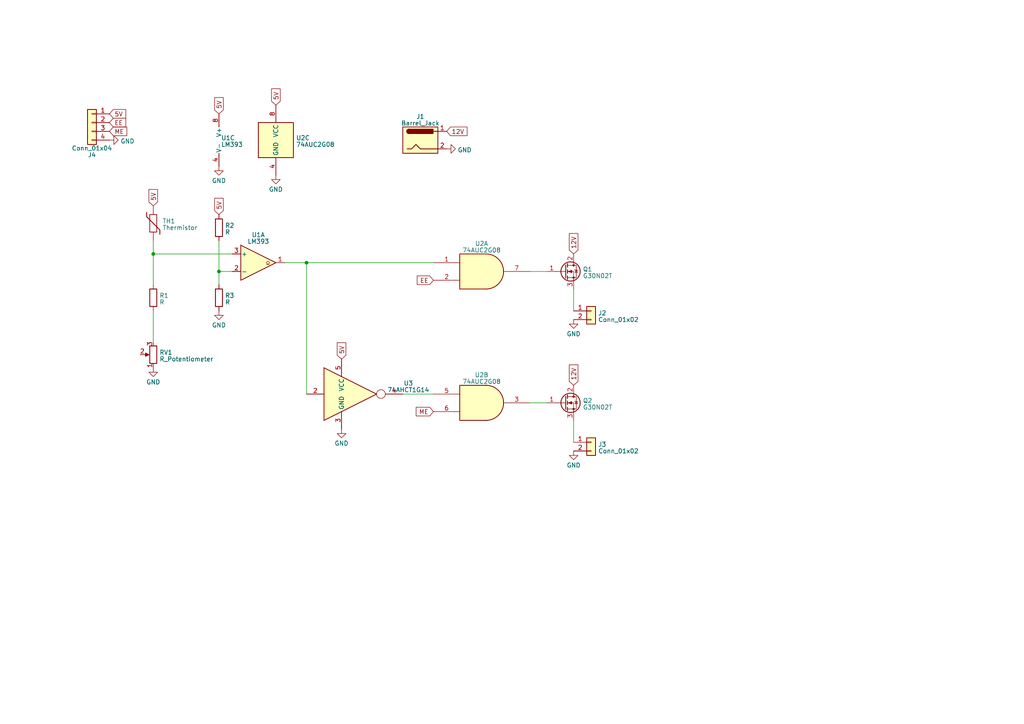
<source format=kicad_sch>
(kicad_sch (version 20230121) (generator eeschema)

  (uuid 5bd2be54-783d-4683-a163-4d0d265a3977)

  (paper "A4")

  (lib_symbols
    (symbol "74xGxx:74AUC2G08" (in_bom yes) (on_board yes)
      (property "Reference" "U" (at -2.54 3.81 0)
        (effects (font (size 1.27 1.27)))
      )
      (property "Value" "74AUC2G08" (at 0 -3.81 0)
        (effects (font (size 1.27 1.27)))
      )
      (property "Footprint" "" (at 0 0 0)
        (effects (font (size 1.27 1.27)) hide)
      )
      (property "Datasheet" "http://www.ti.com/lit/sg/scyt129e/scyt129e.pdf" (at 0 0 0)
        (effects (font (size 1.27 1.27)) hide)
      )
      (property "ki_keywords" "Dual Gate AND LVC CMOS" (at 0 0 0)
        (effects (font (size 1.27 1.27)) hide)
      )
      (property "ki_description" "Dual AND Gate, Low-Voltage CMOS" (at 0 0 0)
        (effects (font (size 1.27 1.27)) hide)
      )
      (property "ki_fp_filters" "SSOP* VSSOP*" (at 0 0 0)
        (effects (font (size 1.27 1.27)) hide)
      )
      (symbol "74AUC2G08_1_1"
        (arc (start 0 -5.08) (mid 5.0579 0) (end 0 5.08)
          (stroke (width 0.254) (type default))
          (fill (type background))
        )
        (polyline
          (pts
            (xy 0 -5.08)
            (xy -7.62 -5.08)
            (xy -7.62 5.08)
            (xy 0 5.08)
          )
          (stroke (width 0.254) (type default))
          (fill (type background))
        )
        (pin input line (at -15.24 2.54 0) (length 7.62)
          (name "~" (effects (font (size 1.27 1.27))))
          (number "1" (effects (font (size 1.27 1.27))))
        )
        (pin input line (at -15.24 -2.54 0) (length 7.62)
          (name "~" (effects (font (size 1.27 1.27))))
          (number "2" (effects (font (size 1.27 1.27))))
        )
        (pin output line (at 12.7 0 180) (length 7.62)
          (name "~" (effects (font (size 1.27 1.27))))
          (number "7" (effects (font (size 1.27 1.27))))
        )
      )
      (symbol "74AUC2G08_2_1"
        (arc (start 0 -5.08) (mid 5.0579 0) (end 0 5.08)
          (stroke (width 0.254) (type default))
          (fill (type background))
        )
        (polyline
          (pts
            (xy 0 -5.08)
            (xy -7.62 -5.08)
            (xy -7.62 5.08)
            (xy 0 5.08)
          )
          (stroke (width 0.254) (type default))
          (fill (type background))
        )
        (pin output line (at 12.7 0 180) (length 7.62)
          (name "~" (effects (font (size 1.27 1.27))))
          (number "3" (effects (font (size 1.27 1.27))))
        )
        (pin input line (at -15.24 2.54 0) (length 7.62)
          (name "~" (effects (font (size 1.27 1.27))))
          (number "5" (effects (font (size 1.27 1.27))))
        )
        (pin input line (at -15.24 -2.54 0) (length 7.62)
          (name "~" (effects (font (size 1.27 1.27))))
          (number "6" (effects (font (size 1.27 1.27))))
        )
      )
      (symbol "74AUC2G08_3_0"
        (rectangle (start -5.08 -5.08) (end 5.08 5.08)
          (stroke (width 0.254) (type default))
          (fill (type background))
        )
      )
      (symbol "74AUC2G08_3_1"
        (pin power_in line (at 0 -10.16 90) (length 5.08)
          (name "GND" (effects (font (size 1.27 1.27))))
          (number "4" (effects (font (size 1.27 1.27))))
        )
        (pin power_in line (at 0 10.16 270) (length 5.08)
          (name "VCC" (effects (font (size 1.27 1.27))))
          (number "8" (effects (font (size 1.27 1.27))))
        )
      )
    )
    (symbol "74xGxx:74LVC1GU04DRL" (in_bom yes) (on_board yes)
      (property "Reference" "U" (at -5.08 10.16 0)
        (effects (font (size 1.27 1.27)))
      )
      (property "Value" "74LVC1GU04DRL" (at 17.78 10.16 0)
        (effects (font (size 1.27 1.27)))
      )
      (property "Footprint" "Package_TO_SOT_SMD:SOT-553" (at 0 -12.7 0)
        (effects (font (size 1.27 1.27)) hide)
      )
      (property "Datasheet" "http://www.ti.com/lit/ds/symlink/sn74lvc1gu04.pdf" (at -3.81 0 0)
        (effects (font (size 1.27 1.27)) hide)
      )
      (property "ki_keywords" "inverter cmos" (at 0 0 0)
        (effects (font (size 1.27 1.27)) hide)
      )
      (property "ki_description" "Single Inverter Gate, SOT-553" (at 0 0 0)
        (effects (font (size 1.27 1.27)) hide)
      )
      (property "ki_fp_filters" "SOT*553*" (at 0 0 0)
        (effects (font (size 1.27 1.27)) hide)
      )
      (symbol "74LVC1GU04DRL_0_1"
        (rectangle (start -5.08 7.62) (end -5.08 -7.62)
          (stroke (width 0.254) (type default))
          (fill (type background))
        )
        (polyline
          (pts
            (xy -5.08 -7.62)
            (xy 10.16 0)
            (xy -5.08 7.62)
          )
          (stroke (width 0.254) (type default))
          (fill (type background))
        )
        (circle (center 11.43 0) (radius 1.27)
          (stroke (width 0) (type default))
          (fill (type none))
        )
      )
      (symbol "74LVC1GU04DRL_1_1"
        (pin no_connect line (at 10.16 0 180) (length 5.08) hide
          (name "NC" (effects (font (size 1.27 1.27))))
          (number "1" (effects (font (size 1.27 1.27))))
        )
        (pin input line (at -10.16 0 0) (length 5.08)
          (name "~" (effects (font (size 1.27 1.27))))
          (number "2" (effects (font (size 1.27 1.27))))
        )
        (pin power_in line (at 0 -10.16 90) (length 5.08)
          (name "GND" (effects (font (size 1.27 1.27))))
          (number "3" (effects (font (size 1.27 1.27))))
        )
        (pin output line (at 17.78 0 180) (length 5.08)
          (name "~" (effects (font (size 1.27 1.27))))
          (number "4" (effects (font (size 1.27 1.27))))
        )
        (pin power_in line (at 0 10.16 270) (length 5.08)
          (name "VCC" (effects (font (size 1.27 1.27))))
          (number "5" (effects (font (size 1.27 1.27))))
        )
      )
    )
    (symbol "Comparator:LM393" (pin_names (offset 0.127)) (in_bom yes) (on_board yes)
      (property "Reference" "U" (at 3.81 3.81 0)
        (effects (font (size 1.27 1.27)))
      )
      (property "Value" "LM393" (at 6.35 -3.81 0)
        (effects (font (size 1.27 1.27)))
      )
      (property "Footprint" "" (at 0 0 0)
        (effects (font (size 1.27 1.27)) hide)
      )
      (property "Datasheet" "http://www.ti.com/lit/ds/symlink/lm393.pdf" (at 0 0 0)
        (effects (font (size 1.27 1.27)) hide)
      )
      (property "ki_locked" "" (at 0 0 0)
        (effects (font (size 1.27 1.27)))
      )
      (property "ki_keywords" "cmp open collector" (at 0 0 0)
        (effects (font (size 1.27 1.27)) hide)
      )
      (property "ki_description" "Low-Power, Low-Offset Voltage, Dual Comparators, DIP-8/SOIC-8/TO-99-8" (at 0 0 0)
        (effects (font (size 1.27 1.27)) hide)
      )
      (property "ki_fp_filters" "SOIC*3.9x4.9mm*P1.27mm* DIP*W7.62mm* SOP*5.28x5.23mm*P1.27mm* VSSOP*3.0x3.0mm*P0.65mm* TSSOP*4.4x3mm*P0.65mm*" (at 0 0 0)
        (effects (font (size 1.27 1.27)) hide)
      )
      (symbol "LM393_1_1"
        (polyline
          (pts
            (xy -5.08 5.08)
            (xy 5.08 0)
            (xy -5.08 -5.08)
            (xy -5.08 5.08)
          )
          (stroke (width 0.254) (type default))
          (fill (type background))
        )
        (polyline
          (pts
            (xy 3.302 -0.508)
            (xy 2.794 -0.508)
            (xy 3.302 0)
            (xy 2.794 0.508)
            (xy 2.286 0)
            (xy 2.794 -0.508)
            (xy 2.286 -0.508)
          )
          (stroke (width 0.127) (type default))
          (fill (type none))
        )
        (pin open_collector line (at 7.62 0 180) (length 2.54)
          (name "~" (effects (font (size 1.27 1.27))))
          (number "1" (effects (font (size 1.27 1.27))))
        )
        (pin input line (at -7.62 -2.54 0) (length 2.54)
          (name "-" (effects (font (size 1.27 1.27))))
          (number "2" (effects (font (size 1.27 1.27))))
        )
        (pin input line (at -7.62 2.54 0) (length 2.54)
          (name "+" (effects (font (size 1.27 1.27))))
          (number "3" (effects (font (size 1.27 1.27))))
        )
      )
      (symbol "LM393_2_1"
        (polyline
          (pts
            (xy -5.08 5.08)
            (xy 5.08 0)
            (xy -5.08 -5.08)
            (xy -5.08 5.08)
          )
          (stroke (width 0.254) (type default))
          (fill (type background))
        )
        (polyline
          (pts
            (xy 3.302 -0.508)
            (xy 2.794 -0.508)
            (xy 3.302 0)
            (xy 2.794 0.508)
            (xy 2.286 0)
            (xy 2.794 -0.508)
            (xy 2.286 -0.508)
          )
          (stroke (width 0.127) (type default))
          (fill (type none))
        )
        (pin input line (at -7.62 2.54 0) (length 2.54)
          (name "+" (effects (font (size 1.27 1.27))))
          (number "5" (effects (font (size 1.27 1.27))))
        )
        (pin input line (at -7.62 -2.54 0) (length 2.54)
          (name "-" (effects (font (size 1.27 1.27))))
          (number "6" (effects (font (size 1.27 1.27))))
        )
        (pin open_collector line (at 7.62 0 180) (length 2.54)
          (name "~" (effects (font (size 1.27 1.27))))
          (number "7" (effects (font (size 1.27 1.27))))
        )
      )
      (symbol "LM393_3_1"
        (pin power_in line (at -2.54 -7.62 90) (length 3.81)
          (name "V-" (effects (font (size 1.27 1.27))))
          (number "4" (effects (font (size 1.27 1.27))))
        )
        (pin power_in line (at -2.54 7.62 270) (length 3.81)
          (name "V+" (effects (font (size 1.27 1.27))))
          (number "8" (effects (font (size 1.27 1.27))))
        )
      )
    )
    (symbol "Connector:Barrel_Jack" (pin_names (offset 1.016)) (in_bom yes) (on_board yes)
      (property "Reference" "J" (at 0 5.334 0)
        (effects (font (size 1.27 1.27)))
      )
      (property "Value" "Barrel_Jack" (at 0 -5.08 0)
        (effects (font (size 1.27 1.27)))
      )
      (property "Footprint" "" (at 1.27 -1.016 0)
        (effects (font (size 1.27 1.27)) hide)
      )
      (property "Datasheet" "~" (at 1.27 -1.016 0)
        (effects (font (size 1.27 1.27)) hide)
      )
      (property "ki_keywords" "DC power barrel jack connector" (at 0 0 0)
        (effects (font (size 1.27 1.27)) hide)
      )
      (property "ki_description" "DC Barrel Jack" (at 0 0 0)
        (effects (font (size 1.27 1.27)) hide)
      )
      (property "ki_fp_filters" "BarrelJack*" (at 0 0 0)
        (effects (font (size 1.27 1.27)) hide)
      )
      (symbol "Barrel_Jack_0_1"
        (rectangle (start -5.08 3.81) (end 5.08 -3.81)
          (stroke (width 0.254) (type default))
          (fill (type background))
        )
        (arc (start -3.302 3.175) (mid -3.9343 2.54) (end -3.302 1.905)
          (stroke (width 0.254) (type default))
          (fill (type none))
        )
        (arc (start -3.302 3.175) (mid -3.9343 2.54) (end -3.302 1.905)
          (stroke (width 0.254) (type default))
          (fill (type outline))
        )
        (polyline
          (pts
            (xy 5.08 2.54)
            (xy 3.81 2.54)
          )
          (stroke (width 0.254) (type default))
          (fill (type none))
        )
        (polyline
          (pts
            (xy -3.81 -2.54)
            (xy -2.54 -2.54)
            (xy -1.27 -1.27)
            (xy 0 -2.54)
            (xy 2.54 -2.54)
            (xy 5.08 -2.54)
          )
          (stroke (width 0.254) (type default))
          (fill (type none))
        )
        (rectangle (start 3.683 3.175) (end -3.302 1.905)
          (stroke (width 0.254) (type default))
          (fill (type outline))
        )
      )
      (symbol "Barrel_Jack_1_1"
        (pin passive line (at 7.62 2.54 180) (length 2.54)
          (name "~" (effects (font (size 1.27 1.27))))
          (number "1" (effects (font (size 1.27 1.27))))
        )
        (pin passive line (at 7.62 -2.54 180) (length 2.54)
          (name "~" (effects (font (size 1.27 1.27))))
          (number "2" (effects (font (size 1.27 1.27))))
        )
      )
    )
    (symbol "Connector_Generic:Conn_01x02" (pin_names (offset 1.016) hide) (in_bom yes) (on_board yes)
      (property "Reference" "J" (at 0 2.54 0)
        (effects (font (size 1.27 1.27)))
      )
      (property "Value" "Conn_01x02" (at 0 -5.08 0)
        (effects (font (size 1.27 1.27)))
      )
      (property "Footprint" "" (at 0 0 0)
        (effects (font (size 1.27 1.27)) hide)
      )
      (property "Datasheet" "~" (at 0 0 0)
        (effects (font (size 1.27 1.27)) hide)
      )
      (property "ki_keywords" "connector" (at 0 0 0)
        (effects (font (size 1.27 1.27)) hide)
      )
      (property "ki_description" "Generic connector, single row, 01x02, script generated (kicad-library-utils/schlib/autogen/connector/)" (at 0 0 0)
        (effects (font (size 1.27 1.27)) hide)
      )
      (property "ki_fp_filters" "Connector*:*_1x??_*" (at 0 0 0)
        (effects (font (size 1.27 1.27)) hide)
      )
      (symbol "Conn_01x02_1_1"
        (rectangle (start -1.27 -2.413) (end 0 -2.667)
          (stroke (width 0.1524) (type default))
          (fill (type none))
        )
        (rectangle (start -1.27 0.127) (end 0 -0.127)
          (stroke (width 0.1524) (type default))
          (fill (type none))
        )
        (rectangle (start -1.27 1.27) (end 1.27 -3.81)
          (stroke (width 0.254) (type default))
          (fill (type background))
        )
        (pin passive line (at -5.08 0 0) (length 3.81)
          (name "Pin_1" (effects (font (size 1.27 1.27))))
          (number "1" (effects (font (size 1.27 1.27))))
        )
        (pin passive line (at -5.08 -2.54 0) (length 3.81)
          (name "Pin_2" (effects (font (size 1.27 1.27))))
          (number "2" (effects (font (size 1.27 1.27))))
        )
      )
    )
    (symbol "Connector_Generic:Conn_01x04" (pin_names (offset 1.016) hide) (in_bom yes) (on_board yes)
      (property "Reference" "J" (at 0 5.08 0)
        (effects (font (size 1.27 1.27)))
      )
      (property "Value" "Conn_01x04" (at 0 -7.62 0)
        (effects (font (size 1.27 1.27)))
      )
      (property "Footprint" "" (at 0 0 0)
        (effects (font (size 1.27 1.27)) hide)
      )
      (property "Datasheet" "~" (at 0 0 0)
        (effects (font (size 1.27 1.27)) hide)
      )
      (property "ki_keywords" "connector" (at 0 0 0)
        (effects (font (size 1.27 1.27)) hide)
      )
      (property "ki_description" "Generic connector, single row, 01x04, script generated (kicad-library-utils/schlib/autogen/connector/)" (at 0 0 0)
        (effects (font (size 1.27 1.27)) hide)
      )
      (property "ki_fp_filters" "Connector*:*_1x??_*" (at 0 0 0)
        (effects (font (size 1.27 1.27)) hide)
      )
      (symbol "Conn_01x04_1_1"
        (rectangle (start -1.27 -4.953) (end 0 -5.207)
          (stroke (width 0.1524) (type default))
          (fill (type none))
        )
        (rectangle (start -1.27 -2.413) (end 0 -2.667)
          (stroke (width 0.1524) (type default))
          (fill (type none))
        )
        (rectangle (start -1.27 0.127) (end 0 -0.127)
          (stroke (width 0.1524) (type default))
          (fill (type none))
        )
        (rectangle (start -1.27 2.667) (end 0 2.413)
          (stroke (width 0.1524) (type default))
          (fill (type none))
        )
        (rectangle (start -1.27 3.81) (end 1.27 -6.35)
          (stroke (width 0.254) (type default))
          (fill (type background))
        )
        (pin passive line (at -5.08 2.54 0) (length 3.81)
          (name "Pin_1" (effects (font (size 1.27 1.27))))
          (number "1" (effects (font (size 1.27 1.27))))
        )
        (pin passive line (at -5.08 0 0) (length 3.81)
          (name "Pin_2" (effects (font (size 1.27 1.27))))
          (number "2" (effects (font (size 1.27 1.27))))
        )
        (pin passive line (at -5.08 -2.54 0) (length 3.81)
          (name "Pin_3" (effects (font (size 1.27 1.27))))
          (number "3" (effects (font (size 1.27 1.27))))
        )
        (pin passive line (at -5.08 -5.08 0) (length 3.81)
          (name "Pin_4" (effects (font (size 1.27 1.27))))
          (number "4" (effects (font (size 1.27 1.27))))
        )
      )
    )
    (symbol "Device:Q_NMOS_GDS" (pin_names (offset 0) hide) (in_bom yes) (on_board yes)
      (property "Reference" "Q" (at 5.08 1.27 0)
        (effects (font (size 1.27 1.27)) (justify left))
      )
      (property "Value" "Q_NMOS_GDS" (at 5.08 -1.27 0)
        (effects (font (size 1.27 1.27)) (justify left))
      )
      (property "Footprint" "" (at 5.08 2.54 0)
        (effects (font (size 1.27 1.27)) hide)
      )
      (property "Datasheet" "~" (at 0 0 0)
        (effects (font (size 1.27 1.27)) hide)
      )
      (property "ki_keywords" "transistor NMOS N-MOS N-MOSFET" (at 0 0 0)
        (effects (font (size 1.27 1.27)) hide)
      )
      (property "ki_description" "N-MOSFET transistor, gate/drain/source" (at 0 0 0)
        (effects (font (size 1.27 1.27)) hide)
      )
      (symbol "Q_NMOS_GDS_0_1"
        (polyline
          (pts
            (xy 0.254 0)
            (xy -2.54 0)
          )
          (stroke (width 0) (type default))
          (fill (type none))
        )
        (polyline
          (pts
            (xy 0.254 1.905)
            (xy 0.254 -1.905)
          )
          (stroke (width 0.254) (type default))
          (fill (type none))
        )
        (polyline
          (pts
            (xy 0.762 -1.27)
            (xy 0.762 -2.286)
          )
          (stroke (width 0.254) (type default))
          (fill (type none))
        )
        (polyline
          (pts
            (xy 0.762 0.508)
            (xy 0.762 -0.508)
          )
          (stroke (width 0.254) (type default))
          (fill (type none))
        )
        (polyline
          (pts
            (xy 0.762 2.286)
            (xy 0.762 1.27)
          )
          (stroke (width 0.254) (type default))
          (fill (type none))
        )
        (polyline
          (pts
            (xy 2.54 2.54)
            (xy 2.54 1.778)
          )
          (stroke (width 0) (type default))
          (fill (type none))
        )
        (polyline
          (pts
            (xy 2.54 -2.54)
            (xy 2.54 0)
            (xy 0.762 0)
          )
          (stroke (width 0) (type default))
          (fill (type none))
        )
        (polyline
          (pts
            (xy 0.762 -1.778)
            (xy 3.302 -1.778)
            (xy 3.302 1.778)
            (xy 0.762 1.778)
          )
          (stroke (width 0) (type default))
          (fill (type none))
        )
        (polyline
          (pts
            (xy 1.016 0)
            (xy 2.032 0.381)
            (xy 2.032 -0.381)
            (xy 1.016 0)
          )
          (stroke (width 0) (type default))
          (fill (type outline))
        )
        (polyline
          (pts
            (xy 2.794 0.508)
            (xy 2.921 0.381)
            (xy 3.683 0.381)
            (xy 3.81 0.254)
          )
          (stroke (width 0) (type default))
          (fill (type none))
        )
        (polyline
          (pts
            (xy 3.302 0.381)
            (xy 2.921 -0.254)
            (xy 3.683 -0.254)
            (xy 3.302 0.381)
          )
          (stroke (width 0) (type default))
          (fill (type none))
        )
        (circle (center 1.651 0) (radius 2.794)
          (stroke (width 0.254) (type default))
          (fill (type none))
        )
        (circle (center 2.54 -1.778) (radius 0.254)
          (stroke (width 0) (type default))
          (fill (type outline))
        )
        (circle (center 2.54 1.778) (radius 0.254)
          (stroke (width 0) (type default))
          (fill (type outline))
        )
      )
      (symbol "Q_NMOS_GDS_1_1"
        (pin input line (at -5.08 0 0) (length 2.54)
          (name "G" (effects (font (size 1.27 1.27))))
          (number "1" (effects (font (size 1.27 1.27))))
        )
        (pin passive line (at 2.54 5.08 270) (length 2.54)
          (name "D" (effects (font (size 1.27 1.27))))
          (number "2" (effects (font (size 1.27 1.27))))
        )
        (pin passive line (at 2.54 -5.08 90) (length 2.54)
          (name "S" (effects (font (size 1.27 1.27))))
          (number "3" (effects (font (size 1.27 1.27))))
        )
      )
    )
    (symbol "Device:R" (pin_numbers hide) (pin_names (offset 0)) (in_bom yes) (on_board yes)
      (property "Reference" "R" (at 2.032 0 90)
        (effects (font (size 1.27 1.27)))
      )
      (property "Value" "R" (at 0 0 90)
        (effects (font (size 1.27 1.27)))
      )
      (property "Footprint" "" (at -1.778 0 90)
        (effects (font (size 1.27 1.27)) hide)
      )
      (property "Datasheet" "~" (at 0 0 0)
        (effects (font (size 1.27 1.27)) hide)
      )
      (property "ki_keywords" "R res resistor" (at 0 0 0)
        (effects (font (size 1.27 1.27)) hide)
      )
      (property "ki_description" "Resistor" (at 0 0 0)
        (effects (font (size 1.27 1.27)) hide)
      )
      (property "ki_fp_filters" "R_*" (at 0 0 0)
        (effects (font (size 1.27 1.27)) hide)
      )
      (symbol "R_0_1"
        (rectangle (start -1.016 -2.54) (end 1.016 2.54)
          (stroke (width 0.254) (type default))
          (fill (type none))
        )
      )
      (symbol "R_1_1"
        (pin passive line (at 0 3.81 270) (length 1.27)
          (name "~" (effects (font (size 1.27 1.27))))
          (number "1" (effects (font (size 1.27 1.27))))
        )
        (pin passive line (at 0 -3.81 90) (length 1.27)
          (name "~" (effects (font (size 1.27 1.27))))
          (number "2" (effects (font (size 1.27 1.27))))
        )
      )
    )
    (symbol "Device:R_Potentiometer" (pin_names (offset 1.016) hide) (in_bom yes) (on_board yes)
      (property "Reference" "RV" (at -4.445 0 90)
        (effects (font (size 1.27 1.27)))
      )
      (property "Value" "R_Potentiometer" (at -2.54 0 90)
        (effects (font (size 1.27 1.27)))
      )
      (property "Footprint" "" (at 0 0 0)
        (effects (font (size 1.27 1.27)) hide)
      )
      (property "Datasheet" "~" (at 0 0 0)
        (effects (font (size 1.27 1.27)) hide)
      )
      (property "ki_keywords" "resistor variable" (at 0 0 0)
        (effects (font (size 1.27 1.27)) hide)
      )
      (property "ki_description" "Potentiometer" (at 0 0 0)
        (effects (font (size 1.27 1.27)) hide)
      )
      (property "ki_fp_filters" "Potentiometer*" (at 0 0 0)
        (effects (font (size 1.27 1.27)) hide)
      )
      (symbol "R_Potentiometer_0_1"
        (polyline
          (pts
            (xy 2.54 0)
            (xy 1.524 0)
          )
          (stroke (width 0) (type default))
          (fill (type none))
        )
        (polyline
          (pts
            (xy 1.143 0)
            (xy 2.286 0.508)
            (xy 2.286 -0.508)
            (xy 1.143 0)
          )
          (stroke (width 0) (type default))
          (fill (type outline))
        )
        (rectangle (start 1.016 2.54) (end -1.016 -2.54)
          (stroke (width 0.254) (type default))
          (fill (type none))
        )
      )
      (symbol "R_Potentiometer_1_1"
        (pin passive line (at 0 3.81 270) (length 1.27)
          (name "1" (effects (font (size 1.27 1.27))))
          (number "1" (effects (font (size 1.27 1.27))))
        )
        (pin passive line (at 3.81 0 180) (length 1.27)
          (name "2" (effects (font (size 1.27 1.27))))
          (number "2" (effects (font (size 1.27 1.27))))
        )
        (pin passive line (at 0 -3.81 90) (length 1.27)
          (name "3" (effects (font (size 1.27 1.27))))
          (number "3" (effects (font (size 1.27 1.27))))
        )
      )
    )
    (symbol "Device:Thermistor" (pin_numbers hide) (pin_names (offset 0)) (in_bom yes) (on_board yes)
      (property "Reference" "TH" (at 2.54 1.27 90)
        (effects (font (size 1.27 1.27)))
      )
      (property "Value" "Thermistor" (at -2.54 0 90)
        (effects (font (size 1.27 1.27)) (justify bottom))
      )
      (property "Footprint" "" (at 0 0 0)
        (effects (font (size 1.27 1.27)) hide)
      )
      (property "Datasheet" "~" (at 0 0 0)
        (effects (font (size 1.27 1.27)) hide)
      )
      (property "ki_keywords" "R res thermistor" (at 0 0 0)
        (effects (font (size 1.27 1.27)) hide)
      )
      (property "ki_description" "Temperature dependent resistor" (at 0 0 0)
        (effects (font (size 1.27 1.27)) hide)
      )
      (property "ki_fp_filters" "R_*" (at 0 0 0)
        (effects (font (size 1.27 1.27)) hide)
      )
      (symbol "Thermistor_0_1"
        (rectangle (start -1.016 2.54) (end 1.016 -2.54)
          (stroke (width 0.2032) (type default))
          (fill (type none))
        )
        (polyline
          (pts
            (xy -1.905 3.175)
            (xy -1.905 1.905)
            (xy 1.905 -1.905)
            (xy 1.905 -3.175)
            (xy 1.905 -3.175)
          )
          (stroke (width 0.254) (type default))
          (fill (type none))
        )
      )
      (symbol "Thermistor_1_1"
        (pin passive line (at 0 5.08 270) (length 2.54)
          (name "~" (effects (font (size 1.27 1.27))))
          (number "1" (effects (font (size 1.27 1.27))))
        )
        (pin passive line (at 0 -5.08 90) (length 2.54)
          (name "~" (effects (font (size 1.27 1.27))))
          (number "2" (effects (font (size 1.27 1.27))))
        )
      )
    )
    (symbol "power:GND" (power) (pin_names (offset 0)) (in_bom yes) (on_board yes)
      (property "Reference" "#PWR" (at 0 -6.35 0)
        (effects (font (size 1.27 1.27)) hide)
      )
      (property "Value" "GND" (at 0 -3.81 0)
        (effects (font (size 1.27 1.27)))
      )
      (property "Footprint" "" (at 0 0 0)
        (effects (font (size 1.27 1.27)) hide)
      )
      (property "Datasheet" "" (at 0 0 0)
        (effects (font (size 1.27 1.27)) hide)
      )
      (property "ki_keywords" "global power" (at 0 0 0)
        (effects (font (size 1.27 1.27)) hide)
      )
      (property "ki_description" "Power symbol creates a global label with name \"GND\" , ground" (at 0 0 0)
        (effects (font (size 1.27 1.27)) hide)
      )
      (symbol "GND_0_1"
        (polyline
          (pts
            (xy 0 0)
            (xy 0 -1.27)
            (xy 1.27 -1.27)
            (xy 0 -2.54)
            (xy -1.27 -1.27)
            (xy 0 -1.27)
          )
          (stroke (width 0) (type default))
          (fill (type none))
        )
      )
      (symbol "GND_1_1"
        (pin power_in line (at 0 0 270) (length 0) hide
          (name "GND" (effects (font (size 1.27 1.27))))
          (number "1" (effects (font (size 1.27 1.27))))
        )
      )
    )
  )

  (junction (at 88.9 76.2) (diameter 0) (color 0 0 0 0)
    (uuid 0f49d319-80d5-4089-9a92-181acbfd28a5)
  )
  (junction (at 44.45 73.66) (diameter 0) (color 0 0 0 0)
    (uuid 52a3f0f1-5792-4049-b1c4-aa72714adc29)
  )
  (junction (at 63.5 78.74) (diameter 0) (color 0 0 0 0)
    (uuid fff0237a-c26d-4030-8de8-9690fcff3eaa)
  )

  (wire (pts (xy 153.67 116.84) (xy 158.75 116.84))
    (stroke (width 0) (type default))
    (uuid 02afc21c-78de-46fb-99be-9ec542914b9f)
  )
  (wire (pts (xy 67.31 73.66) (xy 44.45 73.66))
    (stroke (width 0) (type default))
    (uuid 0771e740-3031-4daf-812c-67ce1adbd0c3)
  )
  (wire (pts (xy 125.73 114.3) (xy 116.84 114.3))
    (stroke (width 0) (type default))
    (uuid 08b8681e-0436-44f7-a14a-698ab7aef151)
  )
  (wire (pts (xy 166.37 121.92) (xy 166.37 128.27))
    (stroke (width 0) (type default))
    (uuid 13246730-aba3-43f3-b44b-c0443ce7705e)
  )
  (wire (pts (xy 63.5 82.55) (xy 63.5 78.74))
    (stroke (width 0) (type default))
    (uuid 16902c1f-1b77-47bd-bf15-5b9aceb9efef)
  )
  (wire (pts (xy 44.45 73.66) (xy 44.45 69.85))
    (stroke (width 0) (type default))
    (uuid 1cbc8e21-59d2-4ffb-9bb9-9b5509ba82c8)
  )
  (wire (pts (xy 88.9 76.2) (xy 88.9 114.3))
    (stroke (width 0) (type default))
    (uuid 3cd55af9-860d-45b0-9ae0-b1c08568aa2b)
  )
  (wire (pts (xy 44.45 73.66) (xy 44.45 82.55))
    (stroke (width 0) (type default))
    (uuid 4561c302-15a9-45c0-aec1-31417c62e7a3)
  )
  (wire (pts (xy 153.67 78.74) (xy 158.75 78.74))
    (stroke (width 0) (type default))
    (uuid 479d4505-dadf-4a8a-bce1-4d76366e79bc)
  )
  (wire (pts (xy 166.37 83.82) (xy 166.37 90.17))
    (stroke (width 0) (type default))
    (uuid 4ea4d523-f0c4-4b6e-980f-2f53b27ab47e)
  )
  (wire (pts (xy 88.9 76.2) (xy 125.73 76.2))
    (stroke (width 0) (type default))
    (uuid 7413d230-1d51-44d2-a53c-9caa52a2702e)
  )
  (wire (pts (xy 44.45 90.17) (xy 44.45 99.06))
    (stroke (width 0) (type default))
    (uuid 84c87e95-7a07-46d6-afa7-584eba571fc2)
  )
  (wire (pts (xy 82.55 76.2) (xy 88.9 76.2))
    (stroke (width 0) (type default))
    (uuid 91ac62d6-bea0-4bab-9a68-2d570e182818)
  )
  (wire (pts (xy 63.5 78.74) (xy 67.31 78.74))
    (stroke (width 0) (type default))
    (uuid bed94251-08b8-4abf-a6c5-f4889abb37f4)
  )
  (wire (pts (xy 63.5 69.85) (xy 63.5 78.74))
    (stroke (width 0) (type default))
    (uuid dccbf697-ad5f-4e58-8e43-0c121e44fb8c)
  )

  (global_label "ME" (shape input) (at 31.75 38.1 0) (fields_autoplaced)
    (effects (font (size 1.27 1.27)) (justify left))
    (uuid 10ba6324-6d3c-45ed-9088-3d3c5d6beb66)
    (property "Intersheetrefs" "${INTERSHEET_REFS}" (at 37.2562 38.1 0)
      (effects (font (size 1.27 1.27)) (justify left) hide)
    )
  )
  (global_label "5V" (shape input) (at 63.5 62.23 90) (fields_autoplaced)
    (effects (font (size 1.27 1.27)) (justify left))
    (uuid 23316914-ec7a-427c-bb92-ef3aa23c3170)
    (property "Intersheetrefs" "${INTERSHEET_REFS}" (at 63.5 57.0261 90)
      (effects (font (size 1.27 1.27)) (justify left) hide)
    )
  )
  (global_label "EE" (shape input) (at 31.75 35.56 0) (fields_autoplaced)
    (effects (font (size 1.27 1.27)) (justify left))
    (uuid 362ea377-cf73-4819-a665-09ed0d1c08f4)
    (property "Intersheetrefs" "${INTERSHEET_REFS}" (at 36.9538 35.56 0)
      (effects (font (size 1.27 1.27)) (justify left) hide)
    )
  )
  (global_label "5V" (shape input) (at 31.75 33.02 0) (fields_autoplaced)
    (effects (font (size 1.27 1.27)) (justify left))
    (uuid 6c1b27d7-c5ab-4178-91e5-65a1947055fd)
    (property "Intersheetrefs" "${INTERSHEET_REFS}" (at 36.9539 33.02 0)
      (effects (font (size 1.27 1.27)) (justify left) hide)
    )
  )
  (global_label "5V" (shape input) (at 80.01 30.48 90) (fields_autoplaced)
    (effects (font (size 1.27 1.27)) (justify left))
    (uuid 720916aa-539c-49e5-a256-4d7a6194d3d1)
    (property "Intersheetrefs" "${INTERSHEET_REFS}" (at 80.01 25.2761 90)
      (effects (font (size 1.27 1.27)) (justify left) hide)
    )
  )
  (global_label "EE" (shape input) (at 125.73 81.28 180) (fields_autoplaced)
    (effects (font (size 1.27 1.27)) (justify right))
    (uuid 7724328b-7e3c-45d7-86b0-094afe72fa64)
    (property "Intersheetrefs" "${INTERSHEET_REFS}" (at 120.5262 81.28 0)
      (effects (font (size 1.27 1.27)) (justify right) hide)
    )
  )
  (global_label "12V" (shape input) (at 166.37 111.76 90) (fields_autoplaced)
    (effects (font (size 1.27 1.27)) (justify left))
    (uuid 7739ff97-6241-430f-a495-949ecda51685)
    (property "Intersheetrefs" "${INTERSHEET_REFS}" (at 166.37 105.3466 90)
      (effects (font (size 1.27 1.27)) (justify left) hide)
    )
  )
  (global_label "ME" (shape input) (at 125.73 119.38 180) (fields_autoplaced)
    (effects (font (size 1.27 1.27)) (justify right))
    (uuid 8c0f95df-48ee-4f8a-af0e-17347a174d70)
    (property "Intersheetrefs" "${INTERSHEET_REFS}" (at 120.2238 119.38 0)
      (effects (font (size 1.27 1.27)) (justify right) hide)
    )
  )
  (global_label "12V" (shape input) (at 166.37 73.66 90) (fields_autoplaced)
    (effects (font (size 1.27 1.27)) (justify left))
    (uuid b8421151-230b-479c-b224-6c8345e9b5dc)
    (property "Intersheetrefs" "${INTERSHEET_REFS}" (at 166.37 67.2466 90)
      (effects (font (size 1.27 1.27)) (justify left) hide)
    )
  )
  (global_label "5V" (shape input) (at 63.5 33.02 90) (fields_autoplaced)
    (effects (font (size 1.27 1.27)) (justify left))
    (uuid c73e9f53-30c1-4528-bf3f-596591e4c0d0)
    (property "Intersheetrefs" "${INTERSHEET_REFS}" (at 63.5 27.8161 90)
      (effects (font (size 1.27 1.27)) (justify left) hide)
    )
  )
  (global_label "5V" (shape input) (at 99.06 104.14 90) (fields_autoplaced)
    (effects (font (size 1.27 1.27)) (justify left))
    (uuid d8f889d1-d1cb-4859-8394-301c1ce8d43b)
    (property "Intersheetrefs" "${INTERSHEET_REFS}" (at 99.06 98.9361 90)
      (effects (font (size 1.27 1.27)) (justify left) hide)
    )
  )
  (global_label "5V" (shape input) (at 44.45 59.69 90) (fields_autoplaced)
    (effects (font (size 1.27 1.27)) (justify left))
    (uuid e190ec72-ddcb-49f1-873a-31a20e551ec9)
    (property "Intersheetrefs" "${INTERSHEET_REFS}" (at 44.45 54.4861 90)
      (effects (font (size 1.27 1.27)) (justify left) hide)
    )
  )
  (global_label "12V" (shape input) (at 129.54 38.1 0) (fields_autoplaced)
    (effects (font (size 1.27 1.27)) (justify left))
    (uuid f0f2125d-138f-4dc6-a095-8de5dad18e0c)
    (property "Intersheetrefs" "${INTERSHEET_REFS}" (at 135.9534 38.1 0)
      (effects (font (size 1.27 1.27)) (justify left) hide)
    )
  )

  (symbol (lib_id "power:GND") (at 31.75 40.64 90) (unit 1)
    (in_bom yes) (on_board yes) (dnp no) (fields_autoplaced)
    (uuid 04a123e7-0805-4c12-a357-f4e75a40f6f6)
    (property "Reference" "#PWR09" (at 38.1 40.64 0)
      (effects (font (size 1.27 1.27)) hide)
    )
    (property "Value" "GND" (at 34.925 40.9568 90)
      (effects (font (size 1.27 1.27)) (justify right))
    )
    (property "Footprint" "" (at 31.75 40.64 0)
      (effects (font (size 1.27 1.27)) hide)
    )
    (property "Datasheet" "" (at 31.75 40.64 0)
      (effects (font (size 1.27 1.27)) hide)
    )
    (pin "1" (uuid e0dc5c4e-1e0b-4421-907b-70cf58ef6d99))
    (instances
      (project "SmokeMachine"
        (path "/5bd2be54-783d-4683-a163-4d0d265a3977"
          (reference "#PWR09") (unit 1)
        )
      )
    )
  )

  (symbol (lib_id "74xGxx:74AUC2G08") (at 140.97 116.84 0) (unit 2)
    (in_bom yes) (on_board yes) (dnp no) (fields_autoplaced)
    (uuid 0ef01c83-a3d1-4b7a-be5c-c78ec6fa0aeb)
    (property "Reference" "U2" (at 139.6889 108.7501 0)
      (effects (font (size 1.27 1.27)))
    )
    (property "Value" "74AUC2G08" (at 139.6889 110.6711 0)
      (effects (font (size 1.27 1.27)))
    )
    (property "Footprint" "" (at 140.97 116.84 0)
      (effects (font (size 1.27 1.27)) hide)
    )
    (property "Datasheet" "http://www.ti.com/lit/sg/scyt129e/scyt129e.pdf" (at 140.97 116.84 0)
      (effects (font (size 1.27 1.27)) hide)
    )
    (pin "1" (uuid 520449b2-2219-4168-8adc-656e95b51a0d))
    (pin "2" (uuid 77d87ebd-f445-432d-b16f-571f71c8c31c))
    (pin "7" (uuid d8f8c1f0-64e9-46ff-8d87-ff7c2375a6b8))
    (pin "3" (uuid e1239c1b-3bd2-43c7-8593-bdee63f9914c))
    (pin "5" (uuid bf0c1d91-47fb-49b8-a08c-d14c3d429172))
    (pin "6" (uuid 254e4bd0-6c13-4348-a175-7079801e06ff))
    (pin "4" (uuid d9eb254e-43c5-48e2-af45-b7eb7bc2ee2d))
    (pin "8" (uuid a8cdd332-26dc-4fdb-9881-62fd63a7c611))
    (instances
      (project "SmokeMachine"
        (path "/5bd2be54-783d-4683-a163-4d0d265a3977"
          (reference "U2") (unit 2)
        )
      )
    )
  )

  (symbol (lib_id "power:GND") (at 63.5 48.26 0) (unit 1)
    (in_bom yes) (on_board yes) (dnp no) (fields_autoplaced)
    (uuid 12c332f3-2e9a-4c92-81a5-16c230b53b67)
    (property "Reference" "#PWR04" (at 63.5 54.61 0)
      (effects (font (size 1.27 1.27)) hide)
    )
    (property "Value" "GND" (at 63.5 52.3955 0)
      (effects (font (size 1.27 1.27)))
    )
    (property "Footprint" "" (at 63.5 48.26 0)
      (effects (font (size 1.27 1.27)) hide)
    )
    (property "Datasheet" "" (at 63.5 48.26 0)
      (effects (font (size 1.27 1.27)) hide)
    )
    (pin "1" (uuid 92e9d61a-83d0-459e-bafc-36146a267dc7))
    (instances
      (project "SmokeMachine"
        (path "/5bd2be54-783d-4683-a163-4d0d265a3977"
          (reference "#PWR04") (unit 1)
        )
      )
    )
  )

  (symbol (lib_id "Device:R") (at 44.45 86.36 0) (unit 1)
    (in_bom yes) (on_board yes) (dnp no) (fields_autoplaced)
    (uuid 151267e8-0041-47b2-96f4-2d87891c7baf)
    (property "Reference" "R1" (at 46.228 85.7163 0)
      (effects (font (size 1.27 1.27)) (justify left))
    )
    (property "Value" "R" (at 46.228 87.6373 0)
      (effects (font (size 1.27 1.27)) (justify left))
    )
    (property "Footprint" "Resistor_SMD:R_0805_2012Metric" (at 42.672 86.36 90)
      (effects (font (size 1.27 1.27)) hide)
    )
    (property "Datasheet" "~" (at 44.45 86.36 0)
      (effects (font (size 1.27 1.27)) hide)
    )
    (pin "1" (uuid 88320133-aaa5-4ac9-8337-23c642e7c0d2))
    (pin "2" (uuid 91be63a9-7c85-4771-bd7a-62583463606f))
    (instances
      (project "SmokeMachine"
        (path "/5bd2be54-783d-4683-a163-4d0d265a3977"
          (reference "R1") (unit 1)
        )
      )
    )
  )

  (symbol (lib_id "power:GND") (at 80.01 50.8 0) (unit 1)
    (in_bom yes) (on_board yes) (dnp no) (fields_autoplaced)
    (uuid 1a532cad-26c3-4b31-a1c2-6ff73e34e54b)
    (property "Reference" "#PWR03" (at 80.01 57.15 0)
      (effects (font (size 1.27 1.27)) hide)
    )
    (property "Value" "GND" (at 80.01 54.9355 0)
      (effects (font (size 1.27 1.27)))
    )
    (property "Footprint" "" (at 80.01 50.8 0)
      (effects (font (size 1.27 1.27)) hide)
    )
    (property "Datasheet" "" (at 80.01 50.8 0)
      (effects (font (size 1.27 1.27)) hide)
    )
    (pin "1" (uuid 050357d6-65a6-4304-83a5-3ff6124c7d42))
    (instances
      (project "SmokeMachine"
        (path "/5bd2be54-783d-4683-a163-4d0d265a3977"
          (reference "#PWR03") (unit 1)
        )
      )
    )
  )

  (symbol (lib_id "Device:R") (at 63.5 86.36 0) (unit 1)
    (in_bom yes) (on_board yes) (dnp no) (fields_autoplaced)
    (uuid 1b544927-915a-438c-94ec-554cf12b24ed)
    (property "Reference" "R3" (at 65.278 85.7163 0)
      (effects (font (size 1.27 1.27)) (justify left))
    )
    (property "Value" "R" (at 65.278 87.6373 0)
      (effects (font (size 1.27 1.27)) (justify left))
    )
    (property "Footprint" "Resistor_SMD:R_0805_2012Metric" (at 61.722 86.36 90)
      (effects (font (size 1.27 1.27)) hide)
    )
    (property "Datasheet" "~" (at 63.5 86.36 0)
      (effects (font (size 1.27 1.27)) hide)
    )
    (pin "1" (uuid e894a444-4dbf-406c-ba59-eb691025cd54))
    (pin "2" (uuid f7cc186c-9570-4329-8d73-14342a041cc3))
    (instances
      (project "SmokeMachine"
        (path "/5bd2be54-783d-4683-a163-4d0d265a3977"
          (reference "R3") (unit 1)
        )
      )
    )
  )

  (symbol (lib_id "Device:R") (at 63.5 66.04 0) (unit 1)
    (in_bom yes) (on_board yes) (dnp no) (fields_autoplaced)
    (uuid 35588e2c-8377-403d-9df3-95ae1e9f1ad6)
    (property "Reference" "R2" (at 65.278 65.3963 0)
      (effects (font (size 1.27 1.27)) (justify left))
    )
    (property "Value" "R" (at 65.278 67.3173 0)
      (effects (font (size 1.27 1.27)) (justify left))
    )
    (property "Footprint" "Resistor_SMD:R_0805_2012Metric" (at 61.722 66.04 90)
      (effects (font (size 1.27 1.27)) hide)
    )
    (property "Datasheet" "~" (at 63.5 66.04 0)
      (effects (font (size 1.27 1.27)) hide)
    )
    (pin "1" (uuid 5bb703cc-1a6f-4239-8456-ffc4f5d5b5d0))
    (pin "2" (uuid 692f56ef-2226-46b0-be5f-800cde5e5ecf))
    (instances
      (project "SmokeMachine"
        (path "/5bd2be54-783d-4683-a163-4d0d265a3977"
          (reference "R2") (unit 1)
        )
      )
    )
  )

  (symbol (lib_id "Comparator:LM393") (at 74.93 76.2 0) (unit 1)
    (in_bom yes) (on_board yes) (dnp no) (fields_autoplaced)
    (uuid 3b2b0d60-09f9-46fa-b4f6-4d05e0874f05)
    (property "Reference" "U1" (at 74.93 68.1101 0)
      (effects (font (size 1.27 1.27)))
    )
    (property "Value" "LM393" (at 74.93 70.0311 0)
      (effects (font (size 1.27 1.27)))
    )
    (property "Footprint" "Package_SO:SOIC-8_3.9x4.9mm_P1.27mm" (at 74.93 76.2 0)
      (effects (font (size 1.27 1.27)) hide)
    )
    (property "Datasheet" "http://www.ti.com/lit/ds/symlink/lm393.pdf" (at 74.93 76.2 0)
      (effects (font (size 1.27 1.27)) hide)
    )
    (pin "1" (uuid 46e203cf-5637-4473-9d35-813cdcefffb9))
    (pin "2" (uuid 71e1f60e-6cd9-4ab3-b298-ad51d910c141))
    (pin "3" (uuid a3997e2b-a73e-487b-bd41-5f024f6839af))
    (pin "5" (uuid 2243ff80-df1d-4bd8-b8a3-54d7a2876ed0))
    (pin "6" (uuid ac82efd2-3f8e-4fe1-affd-e5698489bb49))
    (pin "7" (uuid 6297564e-e438-440b-8d7c-9b38440d2ddc))
    (pin "4" (uuid 34795e41-9f89-4078-a832-a7c229376845))
    (pin "8" (uuid e6c9ad9a-47d6-492e-93ea-b458e2b8d8d5))
    (instances
      (project "SmokeMachine"
        (path "/5bd2be54-783d-4683-a163-4d0d265a3977"
          (reference "U1") (unit 1)
        )
      )
    )
  )

  (symbol (lib_id "power:GND") (at 166.37 130.81 0) (unit 1)
    (in_bom yes) (on_board yes) (dnp no) (fields_autoplaced)
    (uuid 4b541ffb-5a26-4863-b05a-58c29f922365)
    (property "Reference" "#PWR07" (at 166.37 137.16 0)
      (effects (font (size 1.27 1.27)) hide)
    )
    (property "Value" "GND" (at 166.37 134.9455 0)
      (effects (font (size 1.27 1.27)))
    )
    (property "Footprint" "" (at 166.37 130.81 0)
      (effects (font (size 1.27 1.27)) hide)
    )
    (property "Datasheet" "" (at 166.37 130.81 0)
      (effects (font (size 1.27 1.27)) hide)
    )
    (pin "1" (uuid 41b11865-f51c-4a9c-8595-6360dbcf08fb))
    (instances
      (project "SmokeMachine"
        (path "/5bd2be54-783d-4683-a163-4d0d265a3977"
          (reference "#PWR07") (unit 1)
        )
      )
    )
  )

  (symbol (lib_id "Connector_Generic:Conn_01x02") (at 171.45 90.17 0) (unit 1)
    (in_bom yes) (on_board yes) (dnp no) (fields_autoplaced)
    (uuid 4c6d4312-f524-48b3-9ece-b082d4b31e91)
    (property "Reference" "J2" (at 173.482 90.7963 0)
      (effects (font (size 1.27 1.27)) (justify left))
    )
    (property "Value" "Conn_01x02" (at 173.482 92.7173 0)
      (effects (font (size 1.27 1.27)) (justify left))
    )
    (property "Footprint" "TerminalBlock:TerminalBlock_bornier-2_P5.08mm" (at 171.45 90.17 0)
      (effects (font (size 1.27 1.27)) hide)
    )
    (property "Datasheet" "~" (at 171.45 90.17 0)
      (effects (font (size 1.27 1.27)) hide)
    )
    (pin "1" (uuid ed933957-60ff-4158-b610-0f3978679de6))
    (pin "2" (uuid 21ce262b-0a2e-40f7-bd41-a5da97ea7729))
    (instances
      (project "SmokeMachine"
        (path "/5bd2be54-783d-4683-a163-4d0d265a3977"
          (reference "J2") (unit 1)
        )
      )
    )
  )

  (symbol (lib_id "74xGxx:74AUC2G08") (at 140.97 78.74 0) (unit 1)
    (in_bom yes) (on_board yes) (dnp no) (fields_autoplaced)
    (uuid 5177cc0f-1f3c-4c01-a92f-147eb2b56932)
    (property "Reference" "U2" (at 139.6889 70.6501 0)
      (effects (font (size 1.27 1.27)))
    )
    (property "Value" "74AUC2G08" (at 139.6889 72.5711 0)
      (effects (font (size 1.27 1.27)))
    )
    (property "Footprint" "Package_SO:TSSOP-8_3x3mm_P0.65mm" (at 140.97 78.74 0)
      (effects (font (size 1.27 1.27)) hide)
    )
    (property "Datasheet" "http://www.ti.com/lit/sg/scyt129e/scyt129e.pdf" (at 140.97 78.74 0)
      (effects (font (size 1.27 1.27)) hide)
    )
    (pin "1" (uuid 67805648-0118-4d6e-bbe1-bd617a9deef9))
    (pin "2" (uuid 42e6d07e-7379-46c8-a8fa-0eca8dfd1f1d))
    (pin "7" (uuid a6d2aea2-e325-419a-b71c-6cf4b4765a5e))
    (pin "3" (uuid cd558e40-637e-49c9-b408-fd10cd26f3d1))
    (pin "5" (uuid 6d26f623-54cd-4494-804a-420167f62250))
    (pin "6" (uuid 28420456-aaa2-4842-8164-ab47136e30ae))
    (pin "4" (uuid 85cd7096-1e42-4395-b2d3-d24d65f0291e))
    (pin "8" (uuid 823007f7-cdc9-44a1-9a55-8563834eceac))
    (instances
      (project "SmokeMachine"
        (path "/5bd2be54-783d-4683-a163-4d0d265a3977"
          (reference "U2") (unit 1)
        )
      )
    )
  )

  (symbol (lib_id "Device:Q_NMOS_GDS") (at 163.83 116.84 0) (unit 1)
    (in_bom yes) (on_board yes) (dnp no) (fields_autoplaced)
    (uuid 641c245b-3fda-4a05-8128-bd6bf77073ce)
    (property "Reference" "Q2" (at 169.037 116.1963 0)
      (effects (font (size 1.27 1.27)) (justify left))
    )
    (property "Value" "G30N02T" (at 169.037 118.1173 0)
      (effects (font (size 1.27 1.27)) (justify left))
    )
    (property "Footprint" "Package_TO_SOT_THT:TO-220-3_Vertical" (at 168.91 114.3 0)
      (effects (font (size 1.27 1.27)) hide)
    )
    (property "Datasheet" "~" (at 163.83 116.84 0)
      (effects (font (size 1.27 1.27)) hide)
    )
    (pin "1" (uuid 0e955c0c-b8bc-4eb1-a042-61f66e82d064))
    (pin "2" (uuid 95a2afec-767b-472f-949c-a8780fbc07ef))
    (pin "3" (uuid b9324522-5464-4015-a5b1-768f630cad9b))
    (instances
      (project "SmokeMachine"
        (path "/5bd2be54-783d-4683-a163-4d0d265a3977"
          (reference "Q2") (unit 1)
        )
      )
    )
  )

  (symbol (lib_id "Device:Thermistor") (at 44.45 64.77 0) (unit 1)
    (in_bom yes) (on_board yes) (dnp no) (fields_autoplaced)
    (uuid 81be0631-4c57-44e7-b792-8c7f8cb31169)
    (property "Reference" "TH1" (at 47.117 64.1263 0)
      (effects (font (size 1.27 1.27)) (justify left))
    )
    (property "Value" "Thermistor" (at 47.117 66.0473 0)
      (effects (font (size 1.27 1.27)) (justify left))
    )
    (property "Footprint" "footprint:mini-lock-2x1" (at 44.45 64.77 0)
      (effects (font (size 1.27 1.27)) hide)
    )
    (property "Datasheet" "~" (at 44.45 64.77 0)
      (effects (font (size 1.27 1.27)) hide)
    )
    (pin "1" (uuid bc7b7a3b-fc75-408e-b182-5aa1c1f422fb))
    (pin "2" (uuid f4939255-26ff-45e4-8cfa-3e7b7475c353))
    (instances
      (project "SmokeMachine"
        (path "/5bd2be54-783d-4683-a163-4d0d265a3977"
          (reference "TH1") (unit 1)
        )
      )
    )
  )

  (symbol (lib_id "74xGxx:74AUC2G08") (at 80.01 40.64 0) (unit 3)
    (in_bom yes) (on_board yes) (dnp no) (fields_autoplaced)
    (uuid 84e749dd-808a-4e20-85d6-813f698ad524)
    (property "Reference" "U2" (at 85.852 39.9963 0)
      (effects (font (size 1.27 1.27)) (justify left))
    )
    (property "Value" "74AUC2G08" (at 85.852 41.9173 0)
      (effects (font (size 1.27 1.27)) (justify left))
    )
    (property "Footprint" "Package_SO:TSSOP-8_3x3mm_P0.65mm" (at 80.01 40.64 0)
      (effects (font (size 1.27 1.27)) hide)
    )
    (property "Datasheet" "http://www.ti.com/lit/sg/scyt129e/scyt129e.pdf" (at 80.01 40.64 0)
      (effects (font (size 1.27 1.27)) hide)
    )
    (pin "1" (uuid 7b0994eb-93f5-450b-9ce2-df43432544a0))
    (pin "2" (uuid 0406eacb-54c5-4d7f-9750-8db8e3308624))
    (pin "7" (uuid e0520a24-58b4-4811-b913-36445d531e30))
    (pin "3" (uuid 9db16116-b4af-433f-9971-ac5a39be1186))
    (pin "5" (uuid f0cfea5c-6e0f-4763-82b2-b92fadc3fd2e))
    (pin "6" (uuid 22aea53b-71a1-4953-8d4b-cd65f70eb34b))
    (pin "4" (uuid 7546a6b1-5379-4efa-908b-fed08461707f))
    (pin "8" (uuid d536f274-9880-48b7-8258-82ad000d1d9e))
    (instances
      (project "SmokeMachine"
        (path "/5bd2be54-783d-4683-a163-4d0d265a3977"
          (reference "U2") (unit 3)
        )
      )
    )
  )

  (symbol (lib_id "power:GND") (at 166.37 92.71 0) (unit 1)
    (in_bom yes) (on_board yes) (dnp no) (fields_autoplaced)
    (uuid 8d7096c3-9784-4656-87c0-2e05b9b4299b)
    (property "Reference" "#PWR06" (at 166.37 99.06 0)
      (effects (font (size 1.27 1.27)) hide)
    )
    (property "Value" "GND" (at 166.37 96.8455 0)
      (effects (font (size 1.27 1.27)))
    )
    (property "Footprint" "" (at 166.37 92.71 0)
      (effects (font (size 1.27 1.27)) hide)
    )
    (property "Datasheet" "" (at 166.37 92.71 0)
      (effects (font (size 1.27 1.27)) hide)
    )
    (pin "1" (uuid 8aeda22a-54f8-4d2f-8d92-f82af5725b46))
    (instances
      (project "SmokeMachine"
        (path "/5bd2be54-783d-4683-a163-4d0d265a3977"
          (reference "#PWR06") (unit 1)
        )
      )
    )
  )

  (symbol (lib_id "Comparator:LM393") (at 66.04 40.64 0) (unit 3)
    (in_bom yes) (on_board yes) (dnp no) (fields_autoplaced)
    (uuid 940a49f5-5bfa-461f-8932-ac209061cbfb)
    (property "Reference" "U1" (at 64.135 39.9963 0)
      (effects (font (size 1.27 1.27)) (justify left))
    )
    (property "Value" "LM393" (at 64.135 41.9173 0)
      (effects (font (size 1.27 1.27)) (justify left))
    )
    (property "Footprint" "Package_SO:SOIC-8_3.9x4.9mm_P1.27mm" (at 66.04 40.64 0)
      (effects (font (size 1.27 1.27)) hide)
    )
    (property "Datasheet" "http://www.ti.com/lit/ds/symlink/lm393.pdf" (at 66.04 40.64 0)
      (effects (font (size 1.27 1.27)) hide)
    )
    (pin "1" (uuid e4d1cb5a-7528-4844-9d86-a63e2a7748f8))
    (pin "2" (uuid d4fda1d2-1d1a-4fa8-bd30-a7b77f3a80a0))
    (pin "3" (uuid f675eba6-e976-463c-8e2e-fd7d45580c66))
    (pin "5" (uuid 0e3ef748-4cbd-4803-a4ba-1566f4d40b5b))
    (pin "6" (uuid a7f6a286-360e-4a7b-8420-56f23e07153b))
    (pin "7" (uuid 591c32b3-ffb2-4f49-beb5-4a53495fdea2))
    (pin "4" (uuid 37fd7f9e-ef3f-455d-b0b0-792935d42193))
    (pin "8" (uuid a40296ea-a76d-46b7-9487-b2a094020748))
    (instances
      (project "SmokeMachine"
        (path "/5bd2be54-783d-4683-a163-4d0d265a3977"
          (reference "U1") (unit 3)
        )
      )
    )
  )

  (symbol (lib_id "74xGxx:74LVC1GU04DRL") (at 99.06 114.3 0) (unit 1)
    (in_bom yes) (on_board yes) (dnp no) (fields_autoplaced)
    (uuid a3a23ebb-4a68-46aa-ba26-cd69f02f4b74)
    (property "Reference" "U3" (at 118.4536 111.1631 0)
      (effects (font (size 1.27 1.27)))
    )
    (property "Value" "74AHCT1G14" (at 118.4536 113.0841 0)
      (effects (font (size 1.27 1.27)))
    )
    (property "Footprint" "Package_TO_SOT_SMD:SOT-353_SC-70-5" (at 99.06 127 0)
      (effects (font (size 1.27 1.27)) hide)
    )
    (property "Datasheet" "http://www.ti.com/lit/ds/symlink/sn74lvc1gu04.pdf" (at 95.25 114.3 0)
      (effects (font (size 1.27 1.27)) hide)
    )
    (pin "1" (uuid 74d35e2d-283d-46ae-9252-125880672165))
    (pin "2" (uuid 0290cdb1-123b-455c-ac09-df530a406fde))
    (pin "3" (uuid a32465d5-5873-4a80-b38a-b78b65ee7a70))
    (pin "4" (uuid ff2a2274-a250-4828-a46e-15ae9bbf32ec))
    (pin "5" (uuid 69780935-1bd4-4178-ae9d-dcea3e648820))
    (instances
      (project "SmokeMachine"
        (path "/5bd2be54-783d-4683-a163-4d0d265a3977"
          (reference "U3") (unit 1)
        )
      )
    )
  )

  (symbol (lib_id "Device:R_Potentiometer") (at 44.45 102.87 180) (unit 1)
    (in_bom yes) (on_board yes) (dnp no) (fields_autoplaced)
    (uuid a3dbaf80-2d26-4bc2-8b65-297ee43b5f68)
    (property "Reference" "RV1" (at 46.228 102.2263 0)
      (effects (font (size 1.27 1.27)) (justify right))
    )
    (property "Value" "R_Potentiometer" (at 46.228 104.1473 0)
      (effects (font (size 1.27 1.27)) (justify right))
    )
    (property "Footprint" "Potentiometer_THT:Potentiometer_Bourns_3296W_Vertical" (at 44.45 102.87 0)
      (effects (font (size 1.27 1.27)) hide)
    )
    (property "Datasheet" "~" (at 44.45 102.87 0)
      (effects (font (size 1.27 1.27)) hide)
    )
    (pin "1" (uuid 590ac54f-c67c-4492-918f-906613762892))
    (pin "2" (uuid 99744ac2-7572-4a4a-b0fd-513bb1a2a402))
    (pin "3" (uuid 0ec363c7-71a4-4152-b0d5-a758c24f1794))
    (instances
      (project "SmokeMachine"
        (path "/5bd2be54-783d-4683-a163-4d0d265a3977"
          (reference "RV1") (unit 1)
        )
      )
    )
  )

  (symbol (lib_id "power:GND") (at 63.5 90.17 0) (unit 1)
    (in_bom yes) (on_board yes) (dnp no) (fields_autoplaced)
    (uuid abed1487-8c87-42d6-995e-a0a65c53bd91)
    (property "Reference" "#PWR02" (at 63.5 96.52 0)
      (effects (font (size 1.27 1.27)) hide)
    )
    (property "Value" "GND" (at 63.5 94.3055 0)
      (effects (font (size 1.27 1.27)))
    )
    (property "Footprint" "" (at 63.5 90.17 0)
      (effects (font (size 1.27 1.27)) hide)
    )
    (property "Datasheet" "" (at 63.5 90.17 0)
      (effects (font (size 1.27 1.27)) hide)
    )
    (pin "1" (uuid 117e79fb-65e4-4ee7-82d7-5617e636ac85))
    (instances
      (project "SmokeMachine"
        (path "/5bd2be54-783d-4683-a163-4d0d265a3977"
          (reference "#PWR02") (unit 1)
        )
      )
    )
  )

  (symbol (lib_id "Device:Q_NMOS_GDS") (at 163.83 78.74 0) (unit 1)
    (in_bom yes) (on_board yes) (dnp no) (fields_autoplaced)
    (uuid b405a430-d69f-4559-8728-b8417fa025ab)
    (property "Reference" "Q1" (at 169.037 78.0963 0)
      (effects (font (size 1.27 1.27)) (justify left))
    )
    (property "Value" "G30N02T" (at 169.037 80.0173 0)
      (effects (font (size 1.27 1.27)) (justify left))
    )
    (property "Footprint" "Package_TO_SOT_THT:TO-220-3_Vertical" (at 168.91 76.2 0)
      (effects (font (size 1.27 1.27)) hide)
    )
    (property "Datasheet" "~" (at 163.83 78.74 0)
      (effects (font (size 1.27 1.27)) hide)
    )
    (pin "1" (uuid 64c2c5ee-9b76-4105-b199-bd865380f1a8))
    (pin "2" (uuid b365be04-2f9c-42a6-bfea-8726bcc96ef1))
    (pin "3" (uuid 9d68a47d-882f-4cd0-9319-dab9667e6018))
    (instances
      (project "SmokeMachine"
        (path "/5bd2be54-783d-4683-a163-4d0d265a3977"
          (reference "Q1") (unit 1)
        )
      )
    )
  )

  (symbol (lib_id "power:GND") (at 129.54 43.18 90) (unit 1)
    (in_bom yes) (on_board yes) (dnp no) (fields_autoplaced)
    (uuid c354b858-1d21-48b1-abd1-6118809e8be8)
    (property "Reference" "#PWR05" (at 135.89 43.18 0)
      (effects (font (size 1.27 1.27)) hide)
    )
    (property "Value" "GND" (at 132.715 43.4968 90)
      (effects (font (size 1.27 1.27)) (justify right))
    )
    (property "Footprint" "" (at 129.54 43.18 0)
      (effects (font (size 1.27 1.27)) hide)
    )
    (property "Datasheet" "" (at 129.54 43.18 0)
      (effects (font (size 1.27 1.27)) hide)
    )
    (pin "1" (uuid 55d318b5-041f-445f-9a49-7f793c2880a5))
    (instances
      (project "SmokeMachine"
        (path "/5bd2be54-783d-4683-a163-4d0d265a3977"
          (reference "#PWR05") (unit 1)
        )
      )
    )
  )

  (symbol (lib_id "Connector_Generic:Conn_01x02") (at 171.45 128.27 0) (unit 1)
    (in_bom yes) (on_board yes) (dnp no) (fields_autoplaced)
    (uuid cb9b528a-a3d0-4139-b48d-fcd23e5dcba3)
    (property "Reference" "J3" (at 173.482 128.8963 0)
      (effects (font (size 1.27 1.27)) (justify left))
    )
    (property "Value" "Conn_01x02" (at 173.482 130.8173 0)
      (effects (font (size 1.27 1.27)) (justify left))
    )
    (property "Footprint" "TerminalBlock:TerminalBlock_bornier-2_P5.08mm" (at 171.45 128.27 0)
      (effects (font (size 1.27 1.27)) hide)
    )
    (property "Datasheet" "~" (at 171.45 128.27 0)
      (effects (font (size 1.27 1.27)) hide)
    )
    (pin "1" (uuid c2c1a715-c878-4726-ba23-6b8b09d125c4))
    (pin "2" (uuid e8cc66c6-f51c-48f1-aa77-23b9795bfdb6))
    (instances
      (project "SmokeMachine"
        (path "/5bd2be54-783d-4683-a163-4d0d265a3977"
          (reference "J3") (unit 1)
        )
      )
    )
  )

  (symbol (lib_id "power:GND") (at 99.06 124.46 0) (unit 1)
    (in_bom yes) (on_board yes) (dnp no) (fields_autoplaced)
    (uuid ceab333d-b97a-4d0e-9577-6e93ae39693b)
    (property "Reference" "#PWR08" (at 99.06 130.81 0)
      (effects (font (size 1.27 1.27)) hide)
    )
    (property "Value" "GND" (at 99.06 128.5955 0)
      (effects (font (size 1.27 1.27)))
    )
    (property "Footprint" "" (at 99.06 124.46 0)
      (effects (font (size 1.27 1.27)) hide)
    )
    (property "Datasheet" "" (at 99.06 124.46 0)
      (effects (font (size 1.27 1.27)) hide)
    )
    (pin "1" (uuid 0c6bb7f2-7270-455d-a7af-dda0399a4850))
    (instances
      (project "SmokeMachine"
        (path "/5bd2be54-783d-4683-a163-4d0d265a3977"
          (reference "#PWR08") (unit 1)
        )
      )
    )
  )

  (symbol (lib_id "Connector_Generic:Conn_01x04") (at 26.67 35.56 0) (mirror y) (unit 1)
    (in_bom yes) (on_board yes) (dnp no)
    (uuid de06c0b3-55e6-43fb-8d6d-f375706e64ed)
    (property "Reference" "J4" (at 26.67 44.9199 0)
      (effects (font (size 1.27 1.27)))
    )
    (property "Value" "Conn_01x04" (at 26.67 42.9989 0)
      (effects (font (size 1.27 1.27)))
    )
    (property "Footprint" "footprint:mini-lock-4x1" (at 26.67 35.56 0)
      (effects (font (size 1.27 1.27)) hide)
    )
    (property "Datasheet" "~" (at 26.67 35.56 0)
      (effects (font (size 1.27 1.27)) hide)
    )
    (pin "1" (uuid a0efd0d2-a994-4bdf-816f-051878ff425c))
    (pin "2" (uuid 932fe7bf-2885-4452-af04-86c409c1d777))
    (pin "3" (uuid 8086a671-62d5-45fc-beeb-0c33564ecf46))
    (pin "4" (uuid f9090774-9407-444e-ae2a-4ff94a9ba3d5))
    (instances
      (project "SmokeMachine"
        (path "/5bd2be54-783d-4683-a163-4d0d265a3977"
          (reference "J4") (unit 1)
        )
      )
    )
  )

  (symbol (lib_id "power:GND") (at 44.45 106.68 0) (unit 1)
    (in_bom yes) (on_board yes) (dnp no) (fields_autoplaced)
    (uuid e86fc146-0f84-4ae9-82c7-0d92ca680353)
    (property "Reference" "#PWR01" (at 44.45 113.03 0)
      (effects (font (size 1.27 1.27)) hide)
    )
    (property "Value" "GND" (at 44.45 110.8155 0)
      (effects (font (size 1.27 1.27)))
    )
    (property "Footprint" "" (at 44.45 106.68 0)
      (effects (font (size 1.27 1.27)) hide)
    )
    (property "Datasheet" "" (at 44.45 106.68 0)
      (effects (font (size 1.27 1.27)) hide)
    )
    (pin "1" (uuid 21f5a52b-d366-4bcb-a5a5-349cb90bbb9d))
    (instances
      (project "SmokeMachine"
        (path "/5bd2be54-783d-4683-a163-4d0d265a3977"
          (reference "#PWR01") (unit 1)
        )
      )
    )
  )

  (symbol (lib_id "Connector:Barrel_Jack") (at 121.92 40.64 0) (unit 1)
    (in_bom yes) (on_board yes) (dnp no) (fields_autoplaced)
    (uuid f2c5723c-8e94-4c08-9d50-6190f6442fea)
    (property "Reference" "J1" (at 121.92 33.8201 0)
      (effects (font (size 1.27 1.27)))
    )
    (property "Value" "Barrel_Jack" (at 121.92 35.7411 0)
      (effects (font (size 1.27 1.27)))
    )
    (property "Footprint" "Connector_BarrelJack:BarrelJack_Horizontal" (at 123.19 41.656 0)
      (effects (font (size 1.27 1.27)) hide)
    )
    (property "Datasheet" "~" (at 123.19 41.656 0)
      (effects (font (size 1.27 1.27)) hide)
    )
    (pin "1" (uuid 3ea3dbf4-e762-4f9b-a99d-a754ec1a1a27))
    (pin "2" (uuid 94acb05d-a211-4fbe-be75-f89243893f0a))
    (instances
      (project "SmokeMachine"
        (path "/5bd2be54-783d-4683-a163-4d0d265a3977"
          (reference "J1") (unit 1)
        )
      )
    )
  )

  (sheet_instances
    (path "/" (page "1"))
  )
)

</source>
